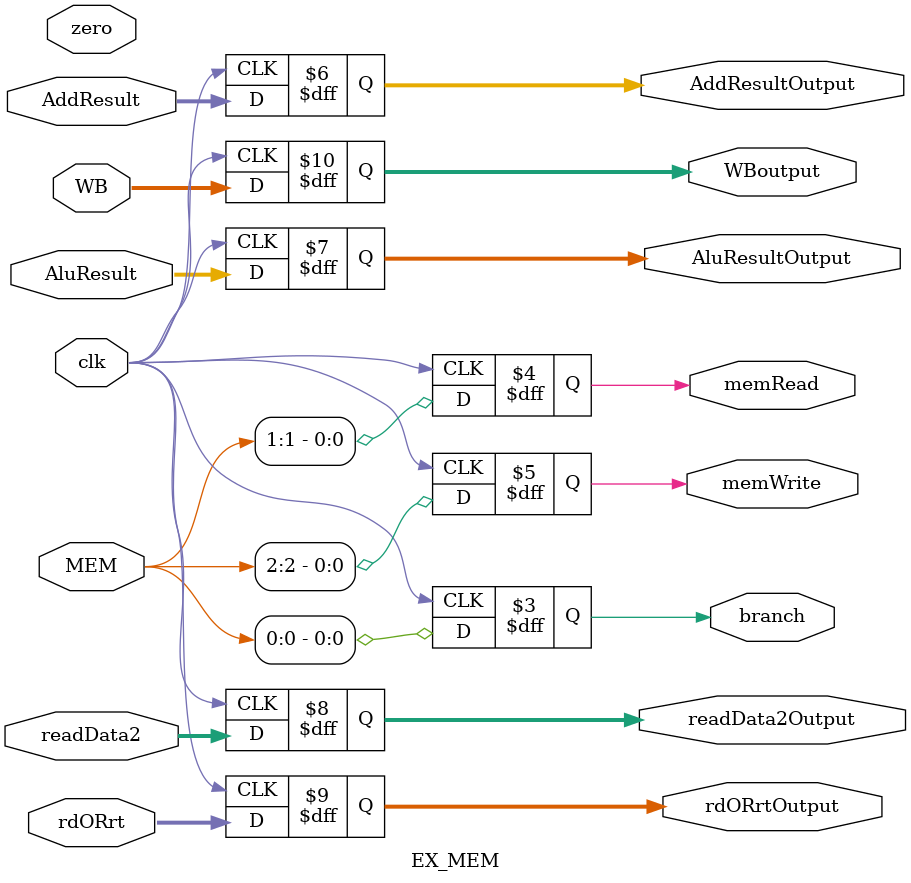
<source format=v>
module EX_MEM(MEM,WB,AddResult,zero,AluResult,readData2,rdORrt,branch,memRead,memWrite,AddResultOutput,AluResultOutput,readData2Output,rdORrtOutput, WBoutput,clk);
input [2:0] MEM;
input [1:0] WB;
input [31:0] AddResult;
input zero;
input [31:0] AluResult;
input [31:0] readData2;
input [4:0] rdORrt;
input clk;
output reg branch,memRead,memWrite;
output reg [31:0] AddResultOutput,AluResultOutput;
output reg [31:0] readData2Output;
output reg [4:0] rdORrtOutput;
output reg [1:0] WBoutput;
initial
begin
    branch = 0;
	memRead=0;
	memWrite=0;
	AddResultOutput=32'b0;
	AddResultOutput=32'b0;
	readData2Output=32'b0;
	rdORrtOutput=5'b0;
	WBoutput = 2'b00;
end
always@(posedge clk)
    begin
       branch<=MEM[0];
	   memRead<=MEM[1];
	   memWrite<=MEM[2];
	   AddResultOutput<=AddResult;
	   AluResultOutput<= AluResult;
	   readData2Output<=readData2;
	   rdORrtOutput<=rdORrt;
	   WBoutput<=WB;
    end


endmodule
</source>
